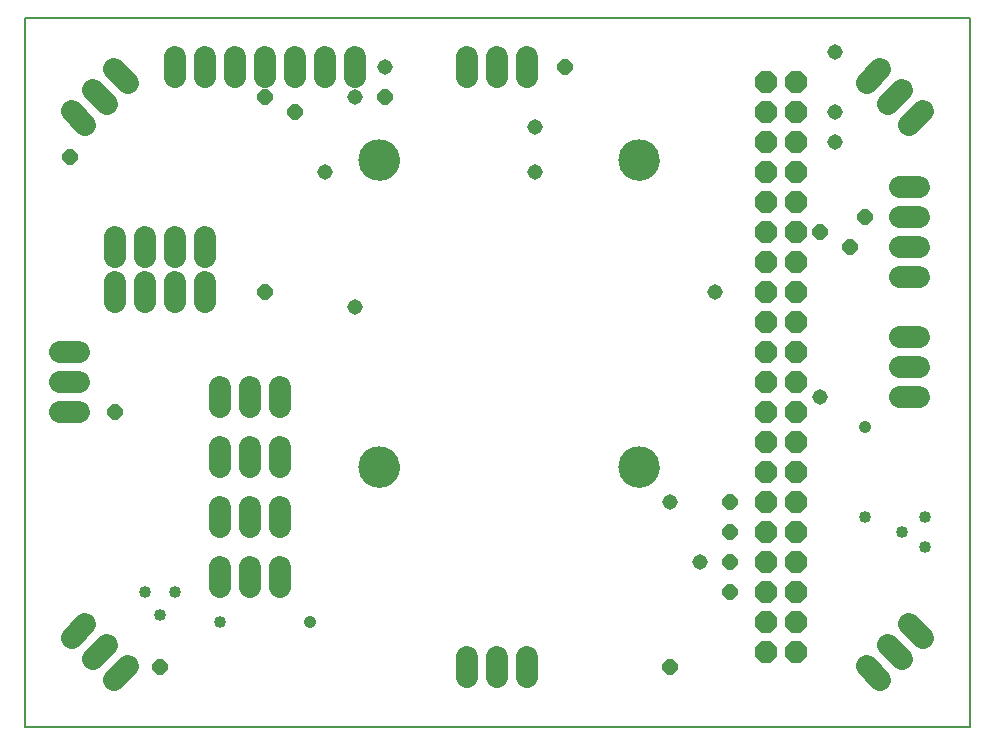
<source format=gts>
G75*
%MOIN*%
%OFA0B0*%
%FSLAX25Y25*%
%IPPOS*%
%LPD*%
%AMOC8*
5,1,8,0,0,1.08239X$1,22.5*
%
%ADD10C,0.00800*%
%ADD11OC8,0.07200*%
%ADD12C,0.07200*%
%ADD13C,0.04000*%
%ADD14C,0.04123*%
%ADD15C,0.00000*%
%ADD16C,0.13800*%
%ADD17C,0.05162*%
%ADD18OC8,0.05162*%
D10*
X0146255Y0061333D02*
X0461216Y0061333D01*
X0461216Y0297554D01*
X0146255Y0297554D01*
X0146255Y0061333D01*
D11*
X0393224Y0086333D03*
X0403224Y0086333D03*
X0403224Y0096333D03*
X0393224Y0096333D03*
X0393224Y0106333D03*
X0403224Y0106333D03*
X0403224Y0116333D03*
X0403224Y0126333D03*
X0393224Y0126333D03*
X0393224Y0116333D03*
X0393224Y0136333D03*
X0403224Y0136333D03*
X0403224Y0146333D03*
X0403224Y0156333D03*
X0393224Y0156333D03*
X0393224Y0146333D03*
X0393224Y0166333D03*
X0403224Y0166333D03*
X0403224Y0176333D03*
X0403224Y0186333D03*
X0393224Y0186333D03*
X0393224Y0176333D03*
X0393224Y0196333D03*
X0403224Y0196333D03*
X0403224Y0206333D03*
X0403224Y0216333D03*
X0393224Y0216333D03*
X0393224Y0206333D03*
X0393224Y0226333D03*
X0403224Y0226333D03*
X0403224Y0236333D03*
X0393224Y0236333D03*
X0393224Y0246333D03*
X0403224Y0246333D03*
X0403224Y0256333D03*
X0393224Y0256333D03*
X0393224Y0266333D03*
X0403224Y0266333D03*
X0403224Y0276333D03*
X0393224Y0276333D03*
D12*
X0426921Y0276142D02*
X0431447Y0280667D01*
X0438518Y0273596D02*
X0433992Y0269071D01*
X0441063Y0262000D02*
X0445589Y0266525D01*
X0444455Y0241333D02*
X0438055Y0241333D01*
X0438055Y0231333D02*
X0444455Y0231333D01*
X0444455Y0221333D02*
X0438055Y0221333D01*
X0438055Y0211333D02*
X0444455Y0211333D01*
X0444455Y0191333D02*
X0438055Y0191333D01*
X0438055Y0181333D02*
X0444455Y0181333D01*
X0444455Y0171333D02*
X0438055Y0171333D01*
X0441063Y0095667D02*
X0445589Y0091142D01*
X0438518Y0084071D02*
X0433992Y0088596D01*
X0426921Y0081525D02*
X0431447Y0077000D01*
X0313735Y0078133D02*
X0313735Y0084533D01*
X0303735Y0084533D02*
X0303735Y0078133D01*
X0293735Y0078133D02*
X0293735Y0084533D01*
X0231255Y0108133D02*
X0231255Y0114533D01*
X0221255Y0114533D02*
X0221255Y0108133D01*
X0211255Y0108133D02*
X0211255Y0114533D01*
X0211255Y0128133D02*
X0211255Y0134533D01*
X0221255Y0134533D02*
X0221255Y0128133D01*
X0231255Y0128133D02*
X0231255Y0134533D01*
X0231255Y0148133D02*
X0231255Y0154533D01*
X0221255Y0154533D02*
X0221255Y0148133D01*
X0211255Y0148133D02*
X0211255Y0154533D01*
X0211255Y0168133D02*
X0211255Y0174533D01*
X0221255Y0174533D02*
X0221255Y0168133D01*
X0231255Y0168133D02*
X0231255Y0174533D01*
X0206255Y0203133D02*
X0206255Y0209533D01*
X0206255Y0218133D02*
X0206255Y0224533D01*
X0196255Y0224533D02*
X0196255Y0218133D01*
X0196255Y0209533D02*
X0196255Y0203133D01*
X0186255Y0203133D02*
X0186255Y0209533D01*
X0176255Y0209533D02*
X0176255Y0203133D01*
X0176255Y0218133D02*
X0176255Y0224533D01*
X0186255Y0224533D02*
X0186255Y0218133D01*
X0164455Y0186333D02*
X0158055Y0186333D01*
X0158055Y0176333D02*
X0164455Y0176333D01*
X0164455Y0166333D02*
X0158055Y0166333D01*
X0166447Y0095667D02*
X0161921Y0091142D01*
X0168992Y0084071D02*
X0173518Y0088596D01*
X0180589Y0081525D02*
X0176063Y0077000D01*
X0166447Y0262000D02*
X0161921Y0266525D01*
X0168992Y0273596D02*
X0173518Y0269071D01*
X0180589Y0276142D02*
X0176063Y0280667D01*
X0196255Y0278133D02*
X0196255Y0284533D01*
X0206255Y0284533D02*
X0206255Y0278133D01*
X0216255Y0278133D02*
X0216255Y0284533D01*
X0226255Y0284533D02*
X0226255Y0278133D01*
X0236255Y0278133D02*
X0236255Y0284533D01*
X0246255Y0284533D02*
X0246255Y0278133D01*
X0256255Y0278133D02*
X0256255Y0284533D01*
X0293735Y0284533D02*
X0293735Y0278133D01*
X0303735Y0278133D02*
X0303735Y0284533D01*
X0313735Y0284533D02*
X0313735Y0278133D01*
D13*
X0426255Y0131333D03*
X0438755Y0126333D03*
X0446255Y0121333D03*
X0446255Y0131333D03*
X0211255Y0096333D03*
X0196255Y0106333D03*
X0191255Y0098833D03*
X0186255Y0106333D03*
D14*
X0241255Y0096333D03*
X0426255Y0161333D03*
D15*
X0344479Y0147948D02*
X0344481Y0148109D01*
X0344487Y0148269D01*
X0344497Y0148430D01*
X0344511Y0148590D01*
X0344529Y0148750D01*
X0344550Y0148909D01*
X0344576Y0149068D01*
X0344606Y0149226D01*
X0344639Y0149383D01*
X0344677Y0149540D01*
X0344718Y0149695D01*
X0344763Y0149849D01*
X0344812Y0150002D01*
X0344865Y0150154D01*
X0344921Y0150305D01*
X0344982Y0150454D01*
X0345045Y0150602D01*
X0345113Y0150748D01*
X0345184Y0150892D01*
X0345258Y0151034D01*
X0345336Y0151175D01*
X0345418Y0151313D01*
X0345503Y0151450D01*
X0345591Y0151584D01*
X0345683Y0151716D01*
X0345778Y0151846D01*
X0345876Y0151974D01*
X0345977Y0152099D01*
X0346081Y0152221D01*
X0346188Y0152341D01*
X0346298Y0152458D01*
X0346411Y0152573D01*
X0346527Y0152684D01*
X0346646Y0152793D01*
X0346767Y0152898D01*
X0346891Y0153001D01*
X0347017Y0153101D01*
X0347145Y0153197D01*
X0347276Y0153290D01*
X0347410Y0153380D01*
X0347545Y0153467D01*
X0347683Y0153550D01*
X0347822Y0153630D01*
X0347964Y0153706D01*
X0348107Y0153779D01*
X0348252Y0153848D01*
X0348399Y0153914D01*
X0348547Y0153976D01*
X0348697Y0154034D01*
X0348848Y0154089D01*
X0349001Y0154140D01*
X0349155Y0154187D01*
X0349310Y0154230D01*
X0349466Y0154269D01*
X0349622Y0154305D01*
X0349780Y0154336D01*
X0349938Y0154364D01*
X0350097Y0154388D01*
X0350257Y0154408D01*
X0350417Y0154424D01*
X0350577Y0154436D01*
X0350738Y0154444D01*
X0350899Y0154448D01*
X0351059Y0154448D01*
X0351220Y0154444D01*
X0351381Y0154436D01*
X0351541Y0154424D01*
X0351701Y0154408D01*
X0351861Y0154388D01*
X0352020Y0154364D01*
X0352178Y0154336D01*
X0352336Y0154305D01*
X0352492Y0154269D01*
X0352648Y0154230D01*
X0352803Y0154187D01*
X0352957Y0154140D01*
X0353110Y0154089D01*
X0353261Y0154034D01*
X0353411Y0153976D01*
X0353559Y0153914D01*
X0353706Y0153848D01*
X0353851Y0153779D01*
X0353994Y0153706D01*
X0354136Y0153630D01*
X0354275Y0153550D01*
X0354413Y0153467D01*
X0354548Y0153380D01*
X0354682Y0153290D01*
X0354813Y0153197D01*
X0354941Y0153101D01*
X0355067Y0153001D01*
X0355191Y0152898D01*
X0355312Y0152793D01*
X0355431Y0152684D01*
X0355547Y0152573D01*
X0355660Y0152458D01*
X0355770Y0152341D01*
X0355877Y0152221D01*
X0355981Y0152099D01*
X0356082Y0151974D01*
X0356180Y0151846D01*
X0356275Y0151716D01*
X0356367Y0151584D01*
X0356455Y0151450D01*
X0356540Y0151313D01*
X0356622Y0151175D01*
X0356700Y0151034D01*
X0356774Y0150892D01*
X0356845Y0150748D01*
X0356913Y0150602D01*
X0356976Y0150454D01*
X0357037Y0150305D01*
X0357093Y0150154D01*
X0357146Y0150002D01*
X0357195Y0149849D01*
X0357240Y0149695D01*
X0357281Y0149540D01*
X0357319Y0149383D01*
X0357352Y0149226D01*
X0357382Y0149068D01*
X0357408Y0148909D01*
X0357429Y0148750D01*
X0357447Y0148590D01*
X0357461Y0148430D01*
X0357471Y0148269D01*
X0357477Y0148109D01*
X0357479Y0147948D01*
X0357477Y0147787D01*
X0357471Y0147627D01*
X0357461Y0147466D01*
X0357447Y0147306D01*
X0357429Y0147146D01*
X0357408Y0146987D01*
X0357382Y0146828D01*
X0357352Y0146670D01*
X0357319Y0146513D01*
X0357281Y0146356D01*
X0357240Y0146201D01*
X0357195Y0146047D01*
X0357146Y0145894D01*
X0357093Y0145742D01*
X0357037Y0145591D01*
X0356976Y0145442D01*
X0356913Y0145294D01*
X0356845Y0145148D01*
X0356774Y0145004D01*
X0356700Y0144862D01*
X0356622Y0144721D01*
X0356540Y0144583D01*
X0356455Y0144446D01*
X0356367Y0144312D01*
X0356275Y0144180D01*
X0356180Y0144050D01*
X0356082Y0143922D01*
X0355981Y0143797D01*
X0355877Y0143675D01*
X0355770Y0143555D01*
X0355660Y0143438D01*
X0355547Y0143323D01*
X0355431Y0143212D01*
X0355312Y0143103D01*
X0355191Y0142998D01*
X0355067Y0142895D01*
X0354941Y0142795D01*
X0354813Y0142699D01*
X0354682Y0142606D01*
X0354548Y0142516D01*
X0354413Y0142429D01*
X0354275Y0142346D01*
X0354136Y0142266D01*
X0353994Y0142190D01*
X0353851Y0142117D01*
X0353706Y0142048D01*
X0353559Y0141982D01*
X0353411Y0141920D01*
X0353261Y0141862D01*
X0353110Y0141807D01*
X0352957Y0141756D01*
X0352803Y0141709D01*
X0352648Y0141666D01*
X0352492Y0141627D01*
X0352336Y0141591D01*
X0352178Y0141560D01*
X0352020Y0141532D01*
X0351861Y0141508D01*
X0351701Y0141488D01*
X0351541Y0141472D01*
X0351381Y0141460D01*
X0351220Y0141452D01*
X0351059Y0141448D01*
X0350899Y0141448D01*
X0350738Y0141452D01*
X0350577Y0141460D01*
X0350417Y0141472D01*
X0350257Y0141488D01*
X0350097Y0141508D01*
X0349938Y0141532D01*
X0349780Y0141560D01*
X0349622Y0141591D01*
X0349466Y0141627D01*
X0349310Y0141666D01*
X0349155Y0141709D01*
X0349001Y0141756D01*
X0348848Y0141807D01*
X0348697Y0141862D01*
X0348547Y0141920D01*
X0348399Y0141982D01*
X0348252Y0142048D01*
X0348107Y0142117D01*
X0347964Y0142190D01*
X0347822Y0142266D01*
X0347683Y0142346D01*
X0347545Y0142429D01*
X0347410Y0142516D01*
X0347276Y0142606D01*
X0347145Y0142699D01*
X0347017Y0142795D01*
X0346891Y0142895D01*
X0346767Y0142998D01*
X0346646Y0143103D01*
X0346527Y0143212D01*
X0346411Y0143323D01*
X0346298Y0143438D01*
X0346188Y0143555D01*
X0346081Y0143675D01*
X0345977Y0143797D01*
X0345876Y0143922D01*
X0345778Y0144050D01*
X0345683Y0144180D01*
X0345591Y0144312D01*
X0345503Y0144446D01*
X0345418Y0144583D01*
X0345336Y0144721D01*
X0345258Y0144862D01*
X0345184Y0145004D01*
X0345113Y0145148D01*
X0345045Y0145294D01*
X0344982Y0145442D01*
X0344921Y0145591D01*
X0344865Y0145742D01*
X0344812Y0145894D01*
X0344763Y0146047D01*
X0344718Y0146201D01*
X0344677Y0146356D01*
X0344639Y0146513D01*
X0344606Y0146670D01*
X0344576Y0146828D01*
X0344550Y0146987D01*
X0344529Y0147146D01*
X0344511Y0147306D01*
X0344497Y0147466D01*
X0344487Y0147627D01*
X0344481Y0147787D01*
X0344479Y0147948D01*
X0257865Y0147948D02*
X0257867Y0148109D01*
X0257873Y0148269D01*
X0257883Y0148430D01*
X0257897Y0148590D01*
X0257915Y0148750D01*
X0257936Y0148909D01*
X0257962Y0149068D01*
X0257992Y0149226D01*
X0258025Y0149383D01*
X0258063Y0149540D01*
X0258104Y0149695D01*
X0258149Y0149849D01*
X0258198Y0150002D01*
X0258251Y0150154D01*
X0258307Y0150305D01*
X0258368Y0150454D01*
X0258431Y0150602D01*
X0258499Y0150748D01*
X0258570Y0150892D01*
X0258644Y0151034D01*
X0258722Y0151175D01*
X0258804Y0151313D01*
X0258889Y0151450D01*
X0258977Y0151584D01*
X0259069Y0151716D01*
X0259164Y0151846D01*
X0259262Y0151974D01*
X0259363Y0152099D01*
X0259467Y0152221D01*
X0259574Y0152341D01*
X0259684Y0152458D01*
X0259797Y0152573D01*
X0259913Y0152684D01*
X0260032Y0152793D01*
X0260153Y0152898D01*
X0260277Y0153001D01*
X0260403Y0153101D01*
X0260531Y0153197D01*
X0260662Y0153290D01*
X0260796Y0153380D01*
X0260931Y0153467D01*
X0261069Y0153550D01*
X0261208Y0153630D01*
X0261350Y0153706D01*
X0261493Y0153779D01*
X0261638Y0153848D01*
X0261785Y0153914D01*
X0261933Y0153976D01*
X0262083Y0154034D01*
X0262234Y0154089D01*
X0262387Y0154140D01*
X0262541Y0154187D01*
X0262696Y0154230D01*
X0262852Y0154269D01*
X0263008Y0154305D01*
X0263166Y0154336D01*
X0263324Y0154364D01*
X0263483Y0154388D01*
X0263643Y0154408D01*
X0263803Y0154424D01*
X0263963Y0154436D01*
X0264124Y0154444D01*
X0264285Y0154448D01*
X0264445Y0154448D01*
X0264606Y0154444D01*
X0264767Y0154436D01*
X0264927Y0154424D01*
X0265087Y0154408D01*
X0265247Y0154388D01*
X0265406Y0154364D01*
X0265564Y0154336D01*
X0265722Y0154305D01*
X0265878Y0154269D01*
X0266034Y0154230D01*
X0266189Y0154187D01*
X0266343Y0154140D01*
X0266496Y0154089D01*
X0266647Y0154034D01*
X0266797Y0153976D01*
X0266945Y0153914D01*
X0267092Y0153848D01*
X0267237Y0153779D01*
X0267380Y0153706D01*
X0267522Y0153630D01*
X0267661Y0153550D01*
X0267799Y0153467D01*
X0267934Y0153380D01*
X0268068Y0153290D01*
X0268199Y0153197D01*
X0268327Y0153101D01*
X0268453Y0153001D01*
X0268577Y0152898D01*
X0268698Y0152793D01*
X0268817Y0152684D01*
X0268933Y0152573D01*
X0269046Y0152458D01*
X0269156Y0152341D01*
X0269263Y0152221D01*
X0269367Y0152099D01*
X0269468Y0151974D01*
X0269566Y0151846D01*
X0269661Y0151716D01*
X0269753Y0151584D01*
X0269841Y0151450D01*
X0269926Y0151313D01*
X0270008Y0151175D01*
X0270086Y0151034D01*
X0270160Y0150892D01*
X0270231Y0150748D01*
X0270299Y0150602D01*
X0270362Y0150454D01*
X0270423Y0150305D01*
X0270479Y0150154D01*
X0270532Y0150002D01*
X0270581Y0149849D01*
X0270626Y0149695D01*
X0270667Y0149540D01*
X0270705Y0149383D01*
X0270738Y0149226D01*
X0270768Y0149068D01*
X0270794Y0148909D01*
X0270815Y0148750D01*
X0270833Y0148590D01*
X0270847Y0148430D01*
X0270857Y0148269D01*
X0270863Y0148109D01*
X0270865Y0147948D01*
X0270863Y0147787D01*
X0270857Y0147627D01*
X0270847Y0147466D01*
X0270833Y0147306D01*
X0270815Y0147146D01*
X0270794Y0146987D01*
X0270768Y0146828D01*
X0270738Y0146670D01*
X0270705Y0146513D01*
X0270667Y0146356D01*
X0270626Y0146201D01*
X0270581Y0146047D01*
X0270532Y0145894D01*
X0270479Y0145742D01*
X0270423Y0145591D01*
X0270362Y0145442D01*
X0270299Y0145294D01*
X0270231Y0145148D01*
X0270160Y0145004D01*
X0270086Y0144862D01*
X0270008Y0144721D01*
X0269926Y0144583D01*
X0269841Y0144446D01*
X0269753Y0144312D01*
X0269661Y0144180D01*
X0269566Y0144050D01*
X0269468Y0143922D01*
X0269367Y0143797D01*
X0269263Y0143675D01*
X0269156Y0143555D01*
X0269046Y0143438D01*
X0268933Y0143323D01*
X0268817Y0143212D01*
X0268698Y0143103D01*
X0268577Y0142998D01*
X0268453Y0142895D01*
X0268327Y0142795D01*
X0268199Y0142699D01*
X0268068Y0142606D01*
X0267934Y0142516D01*
X0267799Y0142429D01*
X0267661Y0142346D01*
X0267522Y0142266D01*
X0267380Y0142190D01*
X0267237Y0142117D01*
X0267092Y0142048D01*
X0266945Y0141982D01*
X0266797Y0141920D01*
X0266647Y0141862D01*
X0266496Y0141807D01*
X0266343Y0141756D01*
X0266189Y0141709D01*
X0266034Y0141666D01*
X0265878Y0141627D01*
X0265722Y0141591D01*
X0265564Y0141560D01*
X0265406Y0141532D01*
X0265247Y0141508D01*
X0265087Y0141488D01*
X0264927Y0141472D01*
X0264767Y0141460D01*
X0264606Y0141452D01*
X0264445Y0141448D01*
X0264285Y0141448D01*
X0264124Y0141452D01*
X0263963Y0141460D01*
X0263803Y0141472D01*
X0263643Y0141488D01*
X0263483Y0141508D01*
X0263324Y0141532D01*
X0263166Y0141560D01*
X0263008Y0141591D01*
X0262852Y0141627D01*
X0262696Y0141666D01*
X0262541Y0141709D01*
X0262387Y0141756D01*
X0262234Y0141807D01*
X0262083Y0141862D01*
X0261933Y0141920D01*
X0261785Y0141982D01*
X0261638Y0142048D01*
X0261493Y0142117D01*
X0261350Y0142190D01*
X0261208Y0142266D01*
X0261069Y0142346D01*
X0260931Y0142429D01*
X0260796Y0142516D01*
X0260662Y0142606D01*
X0260531Y0142699D01*
X0260403Y0142795D01*
X0260277Y0142895D01*
X0260153Y0142998D01*
X0260032Y0143103D01*
X0259913Y0143212D01*
X0259797Y0143323D01*
X0259684Y0143438D01*
X0259574Y0143555D01*
X0259467Y0143675D01*
X0259363Y0143797D01*
X0259262Y0143922D01*
X0259164Y0144050D01*
X0259069Y0144180D01*
X0258977Y0144312D01*
X0258889Y0144446D01*
X0258804Y0144583D01*
X0258722Y0144721D01*
X0258644Y0144862D01*
X0258570Y0145004D01*
X0258499Y0145148D01*
X0258431Y0145294D01*
X0258368Y0145442D01*
X0258307Y0145591D01*
X0258251Y0145742D01*
X0258198Y0145894D01*
X0258149Y0146047D01*
X0258104Y0146201D01*
X0258063Y0146356D01*
X0258025Y0146513D01*
X0257992Y0146670D01*
X0257962Y0146828D01*
X0257936Y0146987D01*
X0257915Y0147146D01*
X0257897Y0147306D01*
X0257883Y0147466D01*
X0257873Y0147627D01*
X0257867Y0147787D01*
X0257865Y0147948D01*
X0257865Y0250310D02*
X0257867Y0250471D01*
X0257873Y0250631D01*
X0257883Y0250792D01*
X0257897Y0250952D01*
X0257915Y0251112D01*
X0257936Y0251271D01*
X0257962Y0251430D01*
X0257992Y0251588D01*
X0258025Y0251745D01*
X0258063Y0251902D01*
X0258104Y0252057D01*
X0258149Y0252211D01*
X0258198Y0252364D01*
X0258251Y0252516D01*
X0258307Y0252667D01*
X0258368Y0252816D01*
X0258431Y0252964D01*
X0258499Y0253110D01*
X0258570Y0253254D01*
X0258644Y0253396D01*
X0258722Y0253537D01*
X0258804Y0253675D01*
X0258889Y0253812D01*
X0258977Y0253946D01*
X0259069Y0254078D01*
X0259164Y0254208D01*
X0259262Y0254336D01*
X0259363Y0254461D01*
X0259467Y0254583D01*
X0259574Y0254703D01*
X0259684Y0254820D01*
X0259797Y0254935D01*
X0259913Y0255046D01*
X0260032Y0255155D01*
X0260153Y0255260D01*
X0260277Y0255363D01*
X0260403Y0255463D01*
X0260531Y0255559D01*
X0260662Y0255652D01*
X0260796Y0255742D01*
X0260931Y0255829D01*
X0261069Y0255912D01*
X0261208Y0255992D01*
X0261350Y0256068D01*
X0261493Y0256141D01*
X0261638Y0256210D01*
X0261785Y0256276D01*
X0261933Y0256338D01*
X0262083Y0256396D01*
X0262234Y0256451D01*
X0262387Y0256502D01*
X0262541Y0256549D01*
X0262696Y0256592D01*
X0262852Y0256631D01*
X0263008Y0256667D01*
X0263166Y0256698D01*
X0263324Y0256726D01*
X0263483Y0256750D01*
X0263643Y0256770D01*
X0263803Y0256786D01*
X0263963Y0256798D01*
X0264124Y0256806D01*
X0264285Y0256810D01*
X0264445Y0256810D01*
X0264606Y0256806D01*
X0264767Y0256798D01*
X0264927Y0256786D01*
X0265087Y0256770D01*
X0265247Y0256750D01*
X0265406Y0256726D01*
X0265564Y0256698D01*
X0265722Y0256667D01*
X0265878Y0256631D01*
X0266034Y0256592D01*
X0266189Y0256549D01*
X0266343Y0256502D01*
X0266496Y0256451D01*
X0266647Y0256396D01*
X0266797Y0256338D01*
X0266945Y0256276D01*
X0267092Y0256210D01*
X0267237Y0256141D01*
X0267380Y0256068D01*
X0267522Y0255992D01*
X0267661Y0255912D01*
X0267799Y0255829D01*
X0267934Y0255742D01*
X0268068Y0255652D01*
X0268199Y0255559D01*
X0268327Y0255463D01*
X0268453Y0255363D01*
X0268577Y0255260D01*
X0268698Y0255155D01*
X0268817Y0255046D01*
X0268933Y0254935D01*
X0269046Y0254820D01*
X0269156Y0254703D01*
X0269263Y0254583D01*
X0269367Y0254461D01*
X0269468Y0254336D01*
X0269566Y0254208D01*
X0269661Y0254078D01*
X0269753Y0253946D01*
X0269841Y0253812D01*
X0269926Y0253675D01*
X0270008Y0253537D01*
X0270086Y0253396D01*
X0270160Y0253254D01*
X0270231Y0253110D01*
X0270299Y0252964D01*
X0270362Y0252816D01*
X0270423Y0252667D01*
X0270479Y0252516D01*
X0270532Y0252364D01*
X0270581Y0252211D01*
X0270626Y0252057D01*
X0270667Y0251902D01*
X0270705Y0251745D01*
X0270738Y0251588D01*
X0270768Y0251430D01*
X0270794Y0251271D01*
X0270815Y0251112D01*
X0270833Y0250952D01*
X0270847Y0250792D01*
X0270857Y0250631D01*
X0270863Y0250471D01*
X0270865Y0250310D01*
X0270863Y0250149D01*
X0270857Y0249989D01*
X0270847Y0249828D01*
X0270833Y0249668D01*
X0270815Y0249508D01*
X0270794Y0249349D01*
X0270768Y0249190D01*
X0270738Y0249032D01*
X0270705Y0248875D01*
X0270667Y0248718D01*
X0270626Y0248563D01*
X0270581Y0248409D01*
X0270532Y0248256D01*
X0270479Y0248104D01*
X0270423Y0247953D01*
X0270362Y0247804D01*
X0270299Y0247656D01*
X0270231Y0247510D01*
X0270160Y0247366D01*
X0270086Y0247224D01*
X0270008Y0247083D01*
X0269926Y0246945D01*
X0269841Y0246808D01*
X0269753Y0246674D01*
X0269661Y0246542D01*
X0269566Y0246412D01*
X0269468Y0246284D01*
X0269367Y0246159D01*
X0269263Y0246037D01*
X0269156Y0245917D01*
X0269046Y0245800D01*
X0268933Y0245685D01*
X0268817Y0245574D01*
X0268698Y0245465D01*
X0268577Y0245360D01*
X0268453Y0245257D01*
X0268327Y0245157D01*
X0268199Y0245061D01*
X0268068Y0244968D01*
X0267934Y0244878D01*
X0267799Y0244791D01*
X0267661Y0244708D01*
X0267522Y0244628D01*
X0267380Y0244552D01*
X0267237Y0244479D01*
X0267092Y0244410D01*
X0266945Y0244344D01*
X0266797Y0244282D01*
X0266647Y0244224D01*
X0266496Y0244169D01*
X0266343Y0244118D01*
X0266189Y0244071D01*
X0266034Y0244028D01*
X0265878Y0243989D01*
X0265722Y0243953D01*
X0265564Y0243922D01*
X0265406Y0243894D01*
X0265247Y0243870D01*
X0265087Y0243850D01*
X0264927Y0243834D01*
X0264767Y0243822D01*
X0264606Y0243814D01*
X0264445Y0243810D01*
X0264285Y0243810D01*
X0264124Y0243814D01*
X0263963Y0243822D01*
X0263803Y0243834D01*
X0263643Y0243850D01*
X0263483Y0243870D01*
X0263324Y0243894D01*
X0263166Y0243922D01*
X0263008Y0243953D01*
X0262852Y0243989D01*
X0262696Y0244028D01*
X0262541Y0244071D01*
X0262387Y0244118D01*
X0262234Y0244169D01*
X0262083Y0244224D01*
X0261933Y0244282D01*
X0261785Y0244344D01*
X0261638Y0244410D01*
X0261493Y0244479D01*
X0261350Y0244552D01*
X0261208Y0244628D01*
X0261069Y0244708D01*
X0260931Y0244791D01*
X0260796Y0244878D01*
X0260662Y0244968D01*
X0260531Y0245061D01*
X0260403Y0245157D01*
X0260277Y0245257D01*
X0260153Y0245360D01*
X0260032Y0245465D01*
X0259913Y0245574D01*
X0259797Y0245685D01*
X0259684Y0245800D01*
X0259574Y0245917D01*
X0259467Y0246037D01*
X0259363Y0246159D01*
X0259262Y0246284D01*
X0259164Y0246412D01*
X0259069Y0246542D01*
X0258977Y0246674D01*
X0258889Y0246808D01*
X0258804Y0246945D01*
X0258722Y0247083D01*
X0258644Y0247224D01*
X0258570Y0247366D01*
X0258499Y0247510D01*
X0258431Y0247656D01*
X0258368Y0247804D01*
X0258307Y0247953D01*
X0258251Y0248104D01*
X0258198Y0248256D01*
X0258149Y0248409D01*
X0258104Y0248563D01*
X0258063Y0248718D01*
X0258025Y0248875D01*
X0257992Y0249032D01*
X0257962Y0249190D01*
X0257936Y0249349D01*
X0257915Y0249508D01*
X0257897Y0249668D01*
X0257883Y0249828D01*
X0257873Y0249989D01*
X0257867Y0250149D01*
X0257865Y0250310D01*
X0344479Y0250310D02*
X0344481Y0250471D01*
X0344487Y0250631D01*
X0344497Y0250792D01*
X0344511Y0250952D01*
X0344529Y0251112D01*
X0344550Y0251271D01*
X0344576Y0251430D01*
X0344606Y0251588D01*
X0344639Y0251745D01*
X0344677Y0251902D01*
X0344718Y0252057D01*
X0344763Y0252211D01*
X0344812Y0252364D01*
X0344865Y0252516D01*
X0344921Y0252667D01*
X0344982Y0252816D01*
X0345045Y0252964D01*
X0345113Y0253110D01*
X0345184Y0253254D01*
X0345258Y0253396D01*
X0345336Y0253537D01*
X0345418Y0253675D01*
X0345503Y0253812D01*
X0345591Y0253946D01*
X0345683Y0254078D01*
X0345778Y0254208D01*
X0345876Y0254336D01*
X0345977Y0254461D01*
X0346081Y0254583D01*
X0346188Y0254703D01*
X0346298Y0254820D01*
X0346411Y0254935D01*
X0346527Y0255046D01*
X0346646Y0255155D01*
X0346767Y0255260D01*
X0346891Y0255363D01*
X0347017Y0255463D01*
X0347145Y0255559D01*
X0347276Y0255652D01*
X0347410Y0255742D01*
X0347545Y0255829D01*
X0347683Y0255912D01*
X0347822Y0255992D01*
X0347964Y0256068D01*
X0348107Y0256141D01*
X0348252Y0256210D01*
X0348399Y0256276D01*
X0348547Y0256338D01*
X0348697Y0256396D01*
X0348848Y0256451D01*
X0349001Y0256502D01*
X0349155Y0256549D01*
X0349310Y0256592D01*
X0349466Y0256631D01*
X0349622Y0256667D01*
X0349780Y0256698D01*
X0349938Y0256726D01*
X0350097Y0256750D01*
X0350257Y0256770D01*
X0350417Y0256786D01*
X0350577Y0256798D01*
X0350738Y0256806D01*
X0350899Y0256810D01*
X0351059Y0256810D01*
X0351220Y0256806D01*
X0351381Y0256798D01*
X0351541Y0256786D01*
X0351701Y0256770D01*
X0351861Y0256750D01*
X0352020Y0256726D01*
X0352178Y0256698D01*
X0352336Y0256667D01*
X0352492Y0256631D01*
X0352648Y0256592D01*
X0352803Y0256549D01*
X0352957Y0256502D01*
X0353110Y0256451D01*
X0353261Y0256396D01*
X0353411Y0256338D01*
X0353559Y0256276D01*
X0353706Y0256210D01*
X0353851Y0256141D01*
X0353994Y0256068D01*
X0354136Y0255992D01*
X0354275Y0255912D01*
X0354413Y0255829D01*
X0354548Y0255742D01*
X0354682Y0255652D01*
X0354813Y0255559D01*
X0354941Y0255463D01*
X0355067Y0255363D01*
X0355191Y0255260D01*
X0355312Y0255155D01*
X0355431Y0255046D01*
X0355547Y0254935D01*
X0355660Y0254820D01*
X0355770Y0254703D01*
X0355877Y0254583D01*
X0355981Y0254461D01*
X0356082Y0254336D01*
X0356180Y0254208D01*
X0356275Y0254078D01*
X0356367Y0253946D01*
X0356455Y0253812D01*
X0356540Y0253675D01*
X0356622Y0253537D01*
X0356700Y0253396D01*
X0356774Y0253254D01*
X0356845Y0253110D01*
X0356913Y0252964D01*
X0356976Y0252816D01*
X0357037Y0252667D01*
X0357093Y0252516D01*
X0357146Y0252364D01*
X0357195Y0252211D01*
X0357240Y0252057D01*
X0357281Y0251902D01*
X0357319Y0251745D01*
X0357352Y0251588D01*
X0357382Y0251430D01*
X0357408Y0251271D01*
X0357429Y0251112D01*
X0357447Y0250952D01*
X0357461Y0250792D01*
X0357471Y0250631D01*
X0357477Y0250471D01*
X0357479Y0250310D01*
X0357477Y0250149D01*
X0357471Y0249989D01*
X0357461Y0249828D01*
X0357447Y0249668D01*
X0357429Y0249508D01*
X0357408Y0249349D01*
X0357382Y0249190D01*
X0357352Y0249032D01*
X0357319Y0248875D01*
X0357281Y0248718D01*
X0357240Y0248563D01*
X0357195Y0248409D01*
X0357146Y0248256D01*
X0357093Y0248104D01*
X0357037Y0247953D01*
X0356976Y0247804D01*
X0356913Y0247656D01*
X0356845Y0247510D01*
X0356774Y0247366D01*
X0356700Y0247224D01*
X0356622Y0247083D01*
X0356540Y0246945D01*
X0356455Y0246808D01*
X0356367Y0246674D01*
X0356275Y0246542D01*
X0356180Y0246412D01*
X0356082Y0246284D01*
X0355981Y0246159D01*
X0355877Y0246037D01*
X0355770Y0245917D01*
X0355660Y0245800D01*
X0355547Y0245685D01*
X0355431Y0245574D01*
X0355312Y0245465D01*
X0355191Y0245360D01*
X0355067Y0245257D01*
X0354941Y0245157D01*
X0354813Y0245061D01*
X0354682Y0244968D01*
X0354548Y0244878D01*
X0354413Y0244791D01*
X0354275Y0244708D01*
X0354136Y0244628D01*
X0353994Y0244552D01*
X0353851Y0244479D01*
X0353706Y0244410D01*
X0353559Y0244344D01*
X0353411Y0244282D01*
X0353261Y0244224D01*
X0353110Y0244169D01*
X0352957Y0244118D01*
X0352803Y0244071D01*
X0352648Y0244028D01*
X0352492Y0243989D01*
X0352336Y0243953D01*
X0352178Y0243922D01*
X0352020Y0243894D01*
X0351861Y0243870D01*
X0351701Y0243850D01*
X0351541Y0243834D01*
X0351381Y0243822D01*
X0351220Y0243814D01*
X0351059Y0243810D01*
X0350899Y0243810D01*
X0350738Y0243814D01*
X0350577Y0243822D01*
X0350417Y0243834D01*
X0350257Y0243850D01*
X0350097Y0243870D01*
X0349938Y0243894D01*
X0349780Y0243922D01*
X0349622Y0243953D01*
X0349466Y0243989D01*
X0349310Y0244028D01*
X0349155Y0244071D01*
X0349001Y0244118D01*
X0348848Y0244169D01*
X0348697Y0244224D01*
X0348547Y0244282D01*
X0348399Y0244344D01*
X0348252Y0244410D01*
X0348107Y0244479D01*
X0347964Y0244552D01*
X0347822Y0244628D01*
X0347683Y0244708D01*
X0347545Y0244791D01*
X0347410Y0244878D01*
X0347276Y0244968D01*
X0347145Y0245061D01*
X0347017Y0245157D01*
X0346891Y0245257D01*
X0346767Y0245360D01*
X0346646Y0245465D01*
X0346527Y0245574D01*
X0346411Y0245685D01*
X0346298Y0245800D01*
X0346188Y0245917D01*
X0346081Y0246037D01*
X0345977Y0246159D01*
X0345876Y0246284D01*
X0345778Y0246412D01*
X0345683Y0246542D01*
X0345591Y0246674D01*
X0345503Y0246808D01*
X0345418Y0246945D01*
X0345336Y0247083D01*
X0345258Y0247224D01*
X0345184Y0247366D01*
X0345113Y0247510D01*
X0345045Y0247656D01*
X0344982Y0247804D01*
X0344921Y0247953D01*
X0344865Y0248104D01*
X0344812Y0248256D01*
X0344763Y0248409D01*
X0344718Y0248563D01*
X0344677Y0248718D01*
X0344639Y0248875D01*
X0344606Y0249032D01*
X0344576Y0249190D01*
X0344550Y0249349D01*
X0344529Y0249508D01*
X0344511Y0249668D01*
X0344497Y0249828D01*
X0344487Y0249989D01*
X0344481Y0250149D01*
X0344479Y0250310D01*
D16*
X0350979Y0250310D03*
X0264365Y0250310D03*
X0264365Y0147948D03*
X0350979Y0147948D03*
D17*
X0361255Y0136333D03*
X0371255Y0116333D03*
X0411255Y0171333D03*
X0376255Y0206333D03*
X0316255Y0246333D03*
X0316255Y0261333D03*
X0266255Y0281333D03*
X0256255Y0271333D03*
X0246255Y0246333D03*
X0256255Y0201333D03*
X0416255Y0256333D03*
X0416255Y0266333D03*
X0416255Y0286333D03*
D18*
X0426255Y0231333D03*
X0421255Y0221333D03*
X0411255Y0226333D03*
X0326255Y0281333D03*
X0266255Y0271333D03*
X0236255Y0266333D03*
X0226255Y0271333D03*
X0161255Y0251333D03*
X0226255Y0206333D03*
X0176255Y0166333D03*
X0191255Y0081333D03*
X0361255Y0081333D03*
X0381255Y0106333D03*
X0381255Y0116333D03*
X0381255Y0126333D03*
X0381255Y0136333D03*
M02*

</source>
